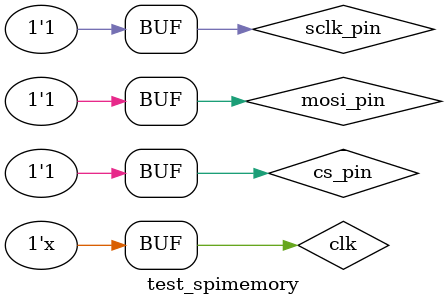
<source format=v>
`include "spimemory.v"

module test_spimemory();
	reg clk;
	reg sclk_pin;
	reg cs_pin;
	reg mosi_pin;
	wire miso_pin;
	wire[3:0] leds;

	spiMemory dut(
		.clk(clk),
		.sclk_pin(sclk_pin),
		.cs_pin(cs_pin),
		.mosi_pin(mosi_pin),
		.miso_pin(miso_pin),
		.leds(leds));

	// Generate clock
    initial clk=0;
    always #10 clk=!clk;    // 50MHz Clock

    initial begin
    	$dumpfile("spimemory.vcd");
		$dumpvars();

	// Test 1 - test reading and writing to memory to 2 addresses
		cs_pin=1; sclk_pin = 0; #500
		cs_pin=0; #500
		//address one: 1101101
		sclk_pin=0;mosi_pin=1; #500
		sclk_pin=1; #500
		sclk_pin=0;mosi_pin=1; #500
		sclk_pin=1; #500
		sclk_pin=0;mosi_pin=0; #500
		sclk_pin=1; #500
		sclk_pin=0;mosi_pin=1; #500
		sclk_pin=1; #500
		sclk_pin=0;mosi_pin=1; #500
		sclk_pin=1; #500
		sclk_pin=0;mosi_pin=0; #500
		sclk_pin=1; #500
		sclk_pin=0;mosi_pin=1; #500
		sclk_pin=1; #500
		sclk_pin=0;mosi_pin=0; #500 //r-w is low for write
		sclk_pin=1; #500
		//inputting data 11110000
		sclk_pin=0;mosi_pin=1; #500
		sclk_pin=1; #500
		sclk_pin=0;mosi_pin=1; #500
		sclk_pin=1; #500
		sclk_pin=0;mosi_pin=1; #500
		sclk_pin=1; #500
		sclk_pin=0;mosi_pin=1; #500
		sclk_pin=1; #500
		sclk_pin=0;mosi_pin=0; #500
		sclk_pin=1; #500
		sclk_pin=0;mosi_pin=0; #500
		sclk_pin=1; #500
		sclk_pin=0;mosi_pin=0; #500
		sclk_pin=1; #500
		sclk_pin=0;mosi_pin=0; #500
		sclk_pin=1; #500
		cs_pin=1; #5000


		cs_pin=0;
		//address two: 0001010
		sclk_pin=0;mosi_pin=0; #500
		sclk_pin=1; #500
		sclk_pin=0;mosi_pin=0; #500
		sclk_pin=1; #500
		sclk_pin=0;mosi_pin=0; #500
		sclk_pin=1; #500
		sclk_pin=0;mosi_pin=1; #500
		sclk_pin=1; #500
		sclk_pin=0;mosi_pin=0; #500
		sclk_pin=1; #500
		sclk_pin=0;mosi_pin=1; #500
		sclk_pin=1; #500
		sclk_pin=0;mosi_pin=0; #500
		sclk_pin=1; #500
		sclk_pin=0;mosi_pin=0; #500 //r-w is low for write
		sclk_pin=1; #500
		//inputting data 00001111
		sclk_pin=0;mosi_pin=0; #500
		sclk_pin=1; #500
		sclk_pin=0;mosi_pin=0; #500
		sclk_pin=1; #500
		sclk_pin=0;mosi_pin=0; #500
		sclk_pin=1; #500
		sclk_pin=0;mosi_pin=0; #500
		sclk_pin=1; #500
		sclk_pin=0;mosi_pin=1; #500
		sclk_pin=1; #500
		sclk_pin=0;mosi_pin=1; #500
		sclk_pin=1; #500
		sclk_pin=0;mosi_pin=1; #500
		sclk_pin=1; #500
		sclk_pin=0;mosi_pin=1; #500
		sclk_pin=1; #500
		cs_pin=1; #5000

		//read from address one
		cs_pin=0;
		//address one: 1101101
		sclk_pin=0;mosi_pin=1; #500
		sclk_pin=1; #500
		sclk_pin=0;mosi_pin=1; #500
		sclk_pin=1; #500
		sclk_pin=0;mosi_pin=0; #500
		sclk_pin=1; #500
		sclk_pin=0;mosi_pin=1; #500
		sclk_pin=1; #500
		sclk_pin=0;mosi_pin=1; #500
		sclk_pin=1; #500
		sclk_pin=0;mosi_pin=0; #500
		sclk_pin=1; #500
		sclk_pin=0;mosi_pin=1; #500
		sclk_pin=1; #500
		sclk_pin=0;mosi_pin=1; #500 //r-w is high for read
		sclk_pin=1; #500
		//we should geet 11110000 back
		sclk_pin=0; #500
		if(miso_pin !== 1 && mosi_pin!== 1'bx) $display("Oh no test 1A failed: ", miso_pin);
		sclk_pin=1; #500 sclk_pin=0; #500
		if(miso_pin !== 1 && mosi_pin!== 1'bx) $display("Oh no test 1B failed: ", miso_pin);
		sclk_pin=1; #500 sclk_pin=0; #500
		if(miso_pin !== 1 && mosi_pin!== 1'bx) $display("Oh no test 1C failed: ", miso_pin);
		sclk_pin=1; #500 sclk_pin=0; #500
		if(miso_pin !== 1 && mosi_pin!== 1'bx) $display("Oh no test 1D failed: ", miso_pin);
		sclk_pin=1; #500 sclk_pin=0; #500
		if(miso_pin !== 0 && mosi_pin!== 1'bx) $display("Oh no test 1E failed: ", miso_pin);
		sclk_pin=1; #500 sclk_pin=0; #500
		if(miso_pin !== 0 && mosi_pin!== 1'bx) $display("Oh no test 1F failed: ", miso_pin);
		sclk_pin=1; #500 sclk_pin=0; #500
		if(miso_pin !== 0 && mosi_pin!== 1'bx) $display("Oh no test 1G failed: ", miso_pin);
		sclk_pin=1; #500 sclk_pin=0; #500
		if(miso_pin !== 0 && mosi_pin!== 1'bx) $display("Oh no test 1H failed: ", miso_pin);
		sclk_pin=1; #500
		cs_pin=1; #5000


		//read from address two
		cs_pin=0;
		//address two: 0001010
		sclk_pin=0;mosi_pin=0; #500
		sclk_pin=1; #500
		sclk_pin=0;mosi_pin=0; #500
		sclk_pin=1; #500
		sclk_pin=0;mosi_pin=0; #500
		sclk_pin=1; #500
		sclk_pin=0;mosi_pin=1; #500
		sclk_pin=1; #500
		sclk_pin=0;mosi_pin=0; #500
		sclk_pin=1; #500
		sclk_pin=0;mosi_pin=1; #500
		sclk_pin=1; #500
		sclk_pin=0;mosi_pin=0; #500
		sclk_pin=1; #500
		sclk_pin=0;mosi_pin=1; #500 //r-w is high for read
		sclk_pin=1; #500
		//we should geet 00001111 back
		sclk_pin=0; #500
		if(miso_pin !== 0 && mosi_pin!== 1'bx) $display("Oh no test 1I failed: ", miso_pin);
		sclk_pin=1; #500 sclk_pin=0; #500
		if(miso_pin !== 0 && mosi_pin!== 1'bx) $display("Oh no test 1J failed: ", miso_pin);
		sclk_pin=1; #500 sclk_pin=0; #500
		if(miso_pin !== 0 && mosi_pin!== 1'bx) $display("Oh no test 1K failed: ", miso_pin);
		sclk_pin=1; #500 sclk_pin=0; #500
		if(miso_pin !== 0 && mosi_pin!== 1'bx) $display("Oh no test 1L failed: ", miso_pin);
		sclk_pin=1; #500 sclk_pin=0; #500
		if(miso_pin !== 1 && mosi_pin!== 1'bx) $display("Oh no test 1M failed: ", miso_pin);
		sclk_pin=1; #500 sclk_pin=0; #500
		if(miso_pin !== 1 && mosi_pin!== 1'bx) $display("Oh no test 1N failed: ", miso_pin);
		sclk_pin=1; #500 sclk_pin=0; #500
		if(miso_pin !== 1 && mosi_pin!== 1'bx) $display("Oh no test 1O failed: ", miso_pin);
		sclk_pin=1; #500 sclk_pin=0; #500
		if(miso_pin !== 1 && mosi_pin!== 1'bx) $display("Oh no test 1P failed: ", miso_pin);
		sclk_pin=1; #500 
		cs_pin=1; #5000

		// Test 3 - test chip select features
		// We are going to keep chip select high for the write and hope that it does work

		//writing to address 1 
		cs_pin=1;
		//address one: 1101101
		sclk_pin=0;mosi_pin=1; #500
		sclk_pin=1; #500
		sclk_pin=0;mosi_pin=1; #500
		sclk_pin=1; #500
		sclk_pin=0;mosi_pin=0; #500
		sclk_pin=1; #500
		sclk_pin=0;mosi_pin=1; #500
		sclk_pin=1; #500
		sclk_pin=0;mosi_pin=1; #500
		sclk_pin=1; #500
		sclk_pin=0;mosi_pin=0; #500
		sclk_pin=1; #500
		sclk_pin=0;mosi_pin=1; #500
		sclk_pin=1; #500
		sclk_pin=0;mosi_pin=0; #500 //r-w is low for write
		sclk_pin=1; #500
		//inputting data 01010101
		sclk_pin=0;mosi_pin=0; #500
		sclk_pin=1; #500
		sclk_pin=0;mosi_pin=1; #500
		sclk_pin=1; #500
		sclk_pin=0;mosi_pin=0; #500
		sclk_pin=1; #500
		sclk_pin=0;mosi_pin=1; #500
		sclk_pin=1; #500
		sclk_pin=0;mosi_pin=0; #500
		sclk_pin=1; #500
		sclk_pin=0;mosi_pin=1; #500
		sclk_pin=1; #500
		sclk_pin=0;mosi_pin=0; #500
		sclk_pin=1; #500
		sclk_pin=0;mosi_pin=1; #500
		sclk_pin=1; #500
		cs_pin=1; #5000

		//reading from address 1 - it shouldn't have changed
		//read from address one
		cs_pin=0;
		//address one: 1101101
		sclk_pin=0;mosi_pin=1; #500
		sclk_pin=1; #500
		sclk_pin=0;mosi_pin=1; #500
		sclk_pin=1; #500
		sclk_pin=0;mosi_pin=0; #500
		sclk_pin=1; #500
		sclk_pin=0;mosi_pin=1; #500
		sclk_pin=1; #500
		sclk_pin=0;mosi_pin=1; #500
		sclk_pin=1; #500
		sclk_pin=0;mosi_pin=0; #500
		sclk_pin=1; #500
		sclk_pin=0;mosi_pin=1; #500
		sclk_pin=1; #500
		sclk_pin=0;mosi_pin=1; #500 //r-w is high for read
		sclk_pin=1; #500
		//we should geet 11110000 back
		sclk_pin=0; #500
		if(miso_pin !== 1) $display("Oh no test 2A failed: ", miso_pin);
		sclk_pin=1; #500 sclk_pin=0; #500
		if(miso_pin !== 1) $display("Oh no test 2B failed: ", miso_pin);
		sclk_pin=1; #500 sclk_pin=0; #500
		if(miso_pin !== 1) $display("Oh no test 2C failed: ", miso_pin);
		sclk_pin=1; #500 sclk_pin=0; #500
		if(miso_pin !== 1) $display("Oh no test 2D failed: ", miso_pin);
		sclk_pin=1; #500 sclk_pin=0; #500
		if(miso_pin !== 0) $display("Oh no test 2E failed: ", miso_pin);
		sclk_pin=1; #500 sclk_pin=0; #500
		if(miso_pin !== 0) $display("Oh no test 2F failed: ", miso_pin);
		sclk_pin=1; #500 sclk_pin=0; #500
		if(miso_pin !== 0) $display("Oh no test 2G failed: ", miso_pin);
		sclk_pin=1; #500 sclk_pin=0; #500
		if(miso_pin !== 0) $display("Oh no test 2H failed: ", miso_pin);
		sclk_pin=1; #500
		cs_pin=1; #5000

		$display("testing done");
	end

endmodule // test_spimemory
</source>
